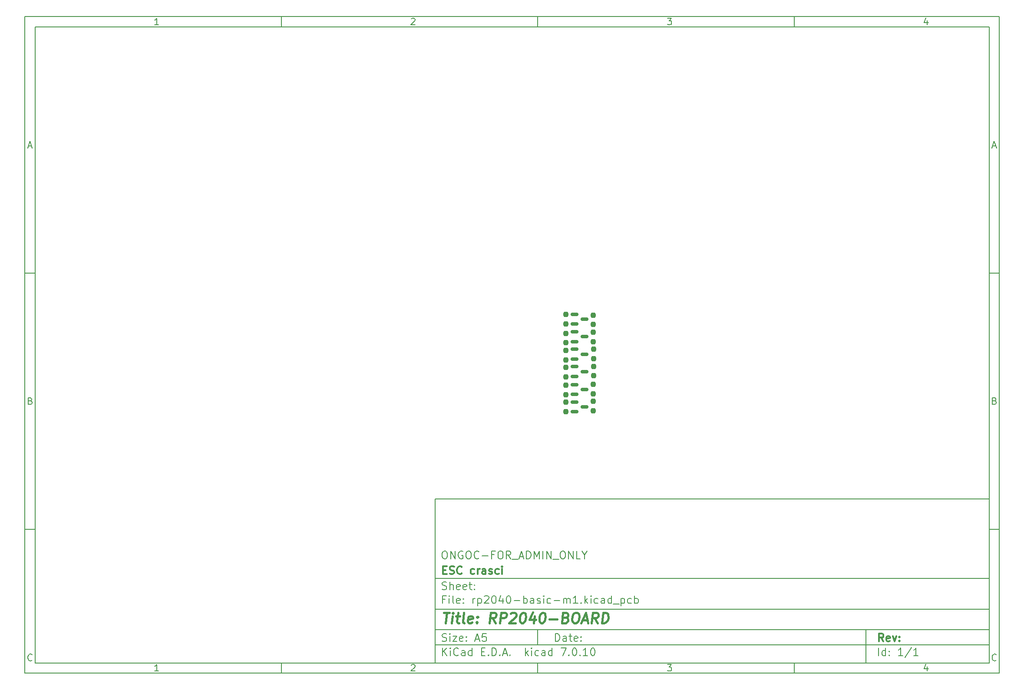
<source format=gbr>
%TF.GenerationSoftware,KiCad,Pcbnew,7.0.10*%
%TF.CreationDate,2024-01-28T16:32:00+05:30*%
%TF.ProjectId,rp2040-basic-m1,72703230-3430-42d6-9261-7369632d6d31,rev?*%
%TF.SameCoordinates,Original*%
%TF.FileFunction,Paste,Bot*%
%TF.FilePolarity,Positive*%
%FSLAX46Y46*%
G04 Gerber Fmt 4.6, Leading zero omitted, Abs format (unit mm)*
G04 Created by KiCad (PCBNEW 7.0.10) date 2024-01-28 16:32:00*
%MOMM*%
%LPD*%
G01*
G04 APERTURE LIST*
G04 Aperture macros list*
%AMRoundRect*
0 Rectangle with rounded corners*
0 $1 Rounding radius*
0 $2 $3 $4 $5 $6 $7 $8 $9 X,Y pos of 4 corners*
0 Add a 4 corners polygon primitive as box body*
4,1,4,$2,$3,$4,$5,$6,$7,$8,$9,$2,$3,0*
0 Add four circle primitives for the rounded corners*
1,1,$1+$1,$2,$3*
1,1,$1+$1,$4,$5*
1,1,$1+$1,$6,$7*
1,1,$1+$1,$8,$9*
0 Add four rect primitives between the rounded corners*
20,1,$1+$1,$2,$3,$4,$5,0*
20,1,$1+$1,$4,$5,$6,$7,0*
20,1,$1+$1,$6,$7,$8,$9,0*
20,1,$1+$1,$8,$9,$2,$3,0*%
G04 Aperture macros list end*
%ADD10C,0.100000*%
%ADD11C,0.150000*%
%ADD12C,0.300000*%
%ADD13C,0.400000*%
%ADD14RoundRect,0.150000X-0.587500X-0.150000X0.587500X-0.150000X0.587500X0.150000X-0.587500X0.150000X0*%
%ADD15RoundRect,0.237500X-0.237500X0.250000X-0.237500X-0.250000X0.237500X-0.250000X0.237500X0.250000X0*%
G04 APERTURE END LIST*
D10*
D11*
X90007200Y-104005800D02*
X198007200Y-104005800D01*
X198007200Y-136005800D01*
X90007200Y-136005800D01*
X90007200Y-104005800D01*
D10*
D11*
X10000000Y-10000000D02*
X200007200Y-10000000D01*
X200007200Y-138005800D01*
X10000000Y-138005800D01*
X10000000Y-10000000D01*
D10*
D11*
X12000000Y-12000000D02*
X198007200Y-12000000D01*
X198007200Y-136005800D01*
X12000000Y-136005800D01*
X12000000Y-12000000D01*
D10*
D11*
X60000000Y-12000000D02*
X60000000Y-10000000D01*
D10*
D11*
X110000000Y-12000000D02*
X110000000Y-10000000D01*
D10*
D11*
X160000000Y-12000000D02*
X160000000Y-10000000D01*
D10*
D11*
X36089160Y-11593604D02*
X35346303Y-11593604D01*
X35717731Y-11593604D02*
X35717731Y-10293604D01*
X35717731Y-10293604D02*
X35593922Y-10479319D01*
X35593922Y-10479319D02*
X35470112Y-10603128D01*
X35470112Y-10603128D02*
X35346303Y-10665033D01*
D10*
D11*
X85346303Y-10417414D02*
X85408207Y-10355509D01*
X85408207Y-10355509D02*
X85532017Y-10293604D01*
X85532017Y-10293604D02*
X85841541Y-10293604D01*
X85841541Y-10293604D02*
X85965350Y-10355509D01*
X85965350Y-10355509D02*
X86027255Y-10417414D01*
X86027255Y-10417414D02*
X86089160Y-10541223D01*
X86089160Y-10541223D02*
X86089160Y-10665033D01*
X86089160Y-10665033D02*
X86027255Y-10850747D01*
X86027255Y-10850747D02*
X85284398Y-11593604D01*
X85284398Y-11593604D02*
X86089160Y-11593604D01*
D10*
D11*
X135284398Y-10293604D02*
X136089160Y-10293604D01*
X136089160Y-10293604D02*
X135655826Y-10788842D01*
X135655826Y-10788842D02*
X135841541Y-10788842D01*
X135841541Y-10788842D02*
X135965350Y-10850747D01*
X135965350Y-10850747D02*
X136027255Y-10912652D01*
X136027255Y-10912652D02*
X136089160Y-11036461D01*
X136089160Y-11036461D02*
X136089160Y-11345985D01*
X136089160Y-11345985D02*
X136027255Y-11469795D01*
X136027255Y-11469795D02*
X135965350Y-11531700D01*
X135965350Y-11531700D02*
X135841541Y-11593604D01*
X135841541Y-11593604D02*
X135470112Y-11593604D01*
X135470112Y-11593604D02*
X135346303Y-11531700D01*
X135346303Y-11531700D02*
X135284398Y-11469795D01*
D10*
D11*
X185965350Y-10726938D02*
X185965350Y-11593604D01*
X185655826Y-10231700D02*
X185346303Y-11160271D01*
X185346303Y-11160271D02*
X186151064Y-11160271D01*
D10*
D11*
X60000000Y-136005800D02*
X60000000Y-138005800D01*
D10*
D11*
X110000000Y-136005800D02*
X110000000Y-138005800D01*
D10*
D11*
X160000000Y-136005800D02*
X160000000Y-138005800D01*
D10*
D11*
X36089160Y-137599404D02*
X35346303Y-137599404D01*
X35717731Y-137599404D02*
X35717731Y-136299404D01*
X35717731Y-136299404D02*
X35593922Y-136485119D01*
X35593922Y-136485119D02*
X35470112Y-136608928D01*
X35470112Y-136608928D02*
X35346303Y-136670833D01*
D10*
D11*
X85346303Y-136423214D02*
X85408207Y-136361309D01*
X85408207Y-136361309D02*
X85532017Y-136299404D01*
X85532017Y-136299404D02*
X85841541Y-136299404D01*
X85841541Y-136299404D02*
X85965350Y-136361309D01*
X85965350Y-136361309D02*
X86027255Y-136423214D01*
X86027255Y-136423214D02*
X86089160Y-136547023D01*
X86089160Y-136547023D02*
X86089160Y-136670833D01*
X86089160Y-136670833D02*
X86027255Y-136856547D01*
X86027255Y-136856547D02*
X85284398Y-137599404D01*
X85284398Y-137599404D02*
X86089160Y-137599404D01*
D10*
D11*
X135284398Y-136299404D02*
X136089160Y-136299404D01*
X136089160Y-136299404D02*
X135655826Y-136794642D01*
X135655826Y-136794642D02*
X135841541Y-136794642D01*
X135841541Y-136794642D02*
X135965350Y-136856547D01*
X135965350Y-136856547D02*
X136027255Y-136918452D01*
X136027255Y-136918452D02*
X136089160Y-137042261D01*
X136089160Y-137042261D02*
X136089160Y-137351785D01*
X136089160Y-137351785D02*
X136027255Y-137475595D01*
X136027255Y-137475595D02*
X135965350Y-137537500D01*
X135965350Y-137537500D02*
X135841541Y-137599404D01*
X135841541Y-137599404D02*
X135470112Y-137599404D01*
X135470112Y-137599404D02*
X135346303Y-137537500D01*
X135346303Y-137537500D02*
X135284398Y-137475595D01*
D10*
D11*
X185965350Y-136732738D02*
X185965350Y-137599404D01*
X185655826Y-136237500D02*
X185346303Y-137166071D01*
X185346303Y-137166071D02*
X186151064Y-137166071D01*
D10*
D11*
X10000000Y-60000000D02*
X12000000Y-60000000D01*
D10*
D11*
X10000000Y-110000000D02*
X12000000Y-110000000D01*
D10*
D11*
X10690476Y-35222176D02*
X11309523Y-35222176D01*
X10566666Y-35593604D02*
X10999999Y-34293604D01*
X10999999Y-34293604D02*
X11433333Y-35593604D01*
D10*
D11*
X11092857Y-84912652D02*
X11278571Y-84974557D01*
X11278571Y-84974557D02*
X11340476Y-85036461D01*
X11340476Y-85036461D02*
X11402380Y-85160271D01*
X11402380Y-85160271D02*
X11402380Y-85345985D01*
X11402380Y-85345985D02*
X11340476Y-85469795D01*
X11340476Y-85469795D02*
X11278571Y-85531700D01*
X11278571Y-85531700D02*
X11154761Y-85593604D01*
X11154761Y-85593604D02*
X10659523Y-85593604D01*
X10659523Y-85593604D02*
X10659523Y-84293604D01*
X10659523Y-84293604D02*
X11092857Y-84293604D01*
X11092857Y-84293604D02*
X11216666Y-84355509D01*
X11216666Y-84355509D02*
X11278571Y-84417414D01*
X11278571Y-84417414D02*
X11340476Y-84541223D01*
X11340476Y-84541223D02*
X11340476Y-84665033D01*
X11340476Y-84665033D02*
X11278571Y-84788842D01*
X11278571Y-84788842D02*
X11216666Y-84850747D01*
X11216666Y-84850747D02*
X11092857Y-84912652D01*
X11092857Y-84912652D02*
X10659523Y-84912652D01*
D10*
D11*
X11402380Y-135469795D02*
X11340476Y-135531700D01*
X11340476Y-135531700D02*
X11154761Y-135593604D01*
X11154761Y-135593604D02*
X11030952Y-135593604D01*
X11030952Y-135593604D02*
X10845238Y-135531700D01*
X10845238Y-135531700D02*
X10721428Y-135407890D01*
X10721428Y-135407890D02*
X10659523Y-135284080D01*
X10659523Y-135284080D02*
X10597619Y-135036461D01*
X10597619Y-135036461D02*
X10597619Y-134850747D01*
X10597619Y-134850747D02*
X10659523Y-134603128D01*
X10659523Y-134603128D02*
X10721428Y-134479319D01*
X10721428Y-134479319D02*
X10845238Y-134355509D01*
X10845238Y-134355509D02*
X11030952Y-134293604D01*
X11030952Y-134293604D02*
X11154761Y-134293604D01*
X11154761Y-134293604D02*
X11340476Y-134355509D01*
X11340476Y-134355509D02*
X11402380Y-134417414D01*
D10*
D11*
X200007200Y-60000000D02*
X198007200Y-60000000D01*
D10*
D11*
X200007200Y-110000000D02*
X198007200Y-110000000D01*
D10*
D11*
X198697676Y-35222176D02*
X199316723Y-35222176D01*
X198573866Y-35593604D02*
X199007199Y-34293604D01*
X199007199Y-34293604D02*
X199440533Y-35593604D01*
D10*
D11*
X199100057Y-84912652D02*
X199285771Y-84974557D01*
X199285771Y-84974557D02*
X199347676Y-85036461D01*
X199347676Y-85036461D02*
X199409580Y-85160271D01*
X199409580Y-85160271D02*
X199409580Y-85345985D01*
X199409580Y-85345985D02*
X199347676Y-85469795D01*
X199347676Y-85469795D02*
X199285771Y-85531700D01*
X199285771Y-85531700D02*
X199161961Y-85593604D01*
X199161961Y-85593604D02*
X198666723Y-85593604D01*
X198666723Y-85593604D02*
X198666723Y-84293604D01*
X198666723Y-84293604D02*
X199100057Y-84293604D01*
X199100057Y-84293604D02*
X199223866Y-84355509D01*
X199223866Y-84355509D02*
X199285771Y-84417414D01*
X199285771Y-84417414D02*
X199347676Y-84541223D01*
X199347676Y-84541223D02*
X199347676Y-84665033D01*
X199347676Y-84665033D02*
X199285771Y-84788842D01*
X199285771Y-84788842D02*
X199223866Y-84850747D01*
X199223866Y-84850747D02*
X199100057Y-84912652D01*
X199100057Y-84912652D02*
X198666723Y-84912652D01*
D10*
D11*
X199409580Y-135469795D02*
X199347676Y-135531700D01*
X199347676Y-135531700D02*
X199161961Y-135593604D01*
X199161961Y-135593604D02*
X199038152Y-135593604D01*
X199038152Y-135593604D02*
X198852438Y-135531700D01*
X198852438Y-135531700D02*
X198728628Y-135407890D01*
X198728628Y-135407890D02*
X198666723Y-135284080D01*
X198666723Y-135284080D02*
X198604819Y-135036461D01*
X198604819Y-135036461D02*
X198604819Y-134850747D01*
X198604819Y-134850747D02*
X198666723Y-134603128D01*
X198666723Y-134603128D02*
X198728628Y-134479319D01*
X198728628Y-134479319D02*
X198852438Y-134355509D01*
X198852438Y-134355509D02*
X199038152Y-134293604D01*
X199038152Y-134293604D02*
X199161961Y-134293604D01*
X199161961Y-134293604D02*
X199347676Y-134355509D01*
X199347676Y-134355509D02*
X199409580Y-134417414D01*
D10*
D11*
X113463026Y-131791928D02*
X113463026Y-130291928D01*
X113463026Y-130291928D02*
X113820169Y-130291928D01*
X113820169Y-130291928D02*
X114034455Y-130363357D01*
X114034455Y-130363357D02*
X114177312Y-130506214D01*
X114177312Y-130506214D02*
X114248741Y-130649071D01*
X114248741Y-130649071D02*
X114320169Y-130934785D01*
X114320169Y-130934785D02*
X114320169Y-131149071D01*
X114320169Y-131149071D02*
X114248741Y-131434785D01*
X114248741Y-131434785D02*
X114177312Y-131577642D01*
X114177312Y-131577642D02*
X114034455Y-131720500D01*
X114034455Y-131720500D02*
X113820169Y-131791928D01*
X113820169Y-131791928D02*
X113463026Y-131791928D01*
X115605884Y-131791928D02*
X115605884Y-131006214D01*
X115605884Y-131006214D02*
X115534455Y-130863357D01*
X115534455Y-130863357D02*
X115391598Y-130791928D01*
X115391598Y-130791928D02*
X115105884Y-130791928D01*
X115105884Y-130791928D02*
X114963026Y-130863357D01*
X115605884Y-131720500D02*
X115463026Y-131791928D01*
X115463026Y-131791928D02*
X115105884Y-131791928D01*
X115105884Y-131791928D02*
X114963026Y-131720500D01*
X114963026Y-131720500D02*
X114891598Y-131577642D01*
X114891598Y-131577642D02*
X114891598Y-131434785D01*
X114891598Y-131434785D02*
X114963026Y-131291928D01*
X114963026Y-131291928D02*
X115105884Y-131220500D01*
X115105884Y-131220500D02*
X115463026Y-131220500D01*
X115463026Y-131220500D02*
X115605884Y-131149071D01*
X116105884Y-130791928D02*
X116677312Y-130791928D01*
X116320169Y-130291928D02*
X116320169Y-131577642D01*
X116320169Y-131577642D02*
X116391598Y-131720500D01*
X116391598Y-131720500D02*
X116534455Y-131791928D01*
X116534455Y-131791928D02*
X116677312Y-131791928D01*
X117748741Y-131720500D02*
X117605884Y-131791928D01*
X117605884Y-131791928D02*
X117320170Y-131791928D01*
X117320170Y-131791928D02*
X117177312Y-131720500D01*
X117177312Y-131720500D02*
X117105884Y-131577642D01*
X117105884Y-131577642D02*
X117105884Y-131006214D01*
X117105884Y-131006214D02*
X117177312Y-130863357D01*
X117177312Y-130863357D02*
X117320170Y-130791928D01*
X117320170Y-130791928D02*
X117605884Y-130791928D01*
X117605884Y-130791928D02*
X117748741Y-130863357D01*
X117748741Y-130863357D02*
X117820170Y-131006214D01*
X117820170Y-131006214D02*
X117820170Y-131149071D01*
X117820170Y-131149071D02*
X117105884Y-131291928D01*
X118463026Y-131649071D02*
X118534455Y-131720500D01*
X118534455Y-131720500D02*
X118463026Y-131791928D01*
X118463026Y-131791928D02*
X118391598Y-131720500D01*
X118391598Y-131720500D02*
X118463026Y-131649071D01*
X118463026Y-131649071D02*
X118463026Y-131791928D01*
X118463026Y-130863357D02*
X118534455Y-130934785D01*
X118534455Y-130934785D02*
X118463026Y-131006214D01*
X118463026Y-131006214D02*
X118391598Y-130934785D01*
X118391598Y-130934785D02*
X118463026Y-130863357D01*
X118463026Y-130863357D02*
X118463026Y-131006214D01*
D10*
D11*
X90007200Y-132505800D02*
X198007200Y-132505800D01*
D10*
D11*
X91463026Y-134591928D02*
X91463026Y-133091928D01*
X92320169Y-134591928D02*
X91677312Y-133734785D01*
X92320169Y-133091928D02*
X91463026Y-133949071D01*
X92963026Y-134591928D02*
X92963026Y-133591928D01*
X92963026Y-133091928D02*
X92891598Y-133163357D01*
X92891598Y-133163357D02*
X92963026Y-133234785D01*
X92963026Y-133234785D02*
X93034455Y-133163357D01*
X93034455Y-133163357D02*
X92963026Y-133091928D01*
X92963026Y-133091928D02*
X92963026Y-133234785D01*
X94534455Y-134449071D02*
X94463027Y-134520500D01*
X94463027Y-134520500D02*
X94248741Y-134591928D01*
X94248741Y-134591928D02*
X94105884Y-134591928D01*
X94105884Y-134591928D02*
X93891598Y-134520500D01*
X93891598Y-134520500D02*
X93748741Y-134377642D01*
X93748741Y-134377642D02*
X93677312Y-134234785D01*
X93677312Y-134234785D02*
X93605884Y-133949071D01*
X93605884Y-133949071D02*
X93605884Y-133734785D01*
X93605884Y-133734785D02*
X93677312Y-133449071D01*
X93677312Y-133449071D02*
X93748741Y-133306214D01*
X93748741Y-133306214D02*
X93891598Y-133163357D01*
X93891598Y-133163357D02*
X94105884Y-133091928D01*
X94105884Y-133091928D02*
X94248741Y-133091928D01*
X94248741Y-133091928D02*
X94463027Y-133163357D01*
X94463027Y-133163357D02*
X94534455Y-133234785D01*
X95820170Y-134591928D02*
X95820170Y-133806214D01*
X95820170Y-133806214D02*
X95748741Y-133663357D01*
X95748741Y-133663357D02*
X95605884Y-133591928D01*
X95605884Y-133591928D02*
X95320170Y-133591928D01*
X95320170Y-133591928D02*
X95177312Y-133663357D01*
X95820170Y-134520500D02*
X95677312Y-134591928D01*
X95677312Y-134591928D02*
X95320170Y-134591928D01*
X95320170Y-134591928D02*
X95177312Y-134520500D01*
X95177312Y-134520500D02*
X95105884Y-134377642D01*
X95105884Y-134377642D02*
X95105884Y-134234785D01*
X95105884Y-134234785D02*
X95177312Y-134091928D01*
X95177312Y-134091928D02*
X95320170Y-134020500D01*
X95320170Y-134020500D02*
X95677312Y-134020500D01*
X95677312Y-134020500D02*
X95820170Y-133949071D01*
X97177313Y-134591928D02*
X97177313Y-133091928D01*
X97177313Y-134520500D02*
X97034455Y-134591928D01*
X97034455Y-134591928D02*
X96748741Y-134591928D01*
X96748741Y-134591928D02*
X96605884Y-134520500D01*
X96605884Y-134520500D02*
X96534455Y-134449071D01*
X96534455Y-134449071D02*
X96463027Y-134306214D01*
X96463027Y-134306214D02*
X96463027Y-133877642D01*
X96463027Y-133877642D02*
X96534455Y-133734785D01*
X96534455Y-133734785D02*
X96605884Y-133663357D01*
X96605884Y-133663357D02*
X96748741Y-133591928D01*
X96748741Y-133591928D02*
X97034455Y-133591928D01*
X97034455Y-133591928D02*
X97177313Y-133663357D01*
X99034455Y-133806214D02*
X99534455Y-133806214D01*
X99748741Y-134591928D02*
X99034455Y-134591928D01*
X99034455Y-134591928D02*
X99034455Y-133091928D01*
X99034455Y-133091928D02*
X99748741Y-133091928D01*
X100391598Y-134449071D02*
X100463027Y-134520500D01*
X100463027Y-134520500D02*
X100391598Y-134591928D01*
X100391598Y-134591928D02*
X100320170Y-134520500D01*
X100320170Y-134520500D02*
X100391598Y-134449071D01*
X100391598Y-134449071D02*
X100391598Y-134591928D01*
X101105884Y-134591928D02*
X101105884Y-133091928D01*
X101105884Y-133091928D02*
X101463027Y-133091928D01*
X101463027Y-133091928D02*
X101677313Y-133163357D01*
X101677313Y-133163357D02*
X101820170Y-133306214D01*
X101820170Y-133306214D02*
X101891599Y-133449071D01*
X101891599Y-133449071D02*
X101963027Y-133734785D01*
X101963027Y-133734785D02*
X101963027Y-133949071D01*
X101963027Y-133949071D02*
X101891599Y-134234785D01*
X101891599Y-134234785D02*
X101820170Y-134377642D01*
X101820170Y-134377642D02*
X101677313Y-134520500D01*
X101677313Y-134520500D02*
X101463027Y-134591928D01*
X101463027Y-134591928D02*
X101105884Y-134591928D01*
X102605884Y-134449071D02*
X102677313Y-134520500D01*
X102677313Y-134520500D02*
X102605884Y-134591928D01*
X102605884Y-134591928D02*
X102534456Y-134520500D01*
X102534456Y-134520500D02*
X102605884Y-134449071D01*
X102605884Y-134449071D02*
X102605884Y-134591928D01*
X103248742Y-134163357D02*
X103963028Y-134163357D01*
X103105885Y-134591928D02*
X103605885Y-133091928D01*
X103605885Y-133091928D02*
X104105885Y-134591928D01*
X104605884Y-134449071D02*
X104677313Y-134520500D01*
X104677313Y-134520500D02*
X104605884Y-134591928D01*
X104605884Y-134591928D02*
X104534456Y-134520500D01*
X104534456Y-134520500D02*
X104605884Y-134449071D01*
X104605884Y-134449071D02*
X104605884Y-134591928D01*
X107605884Y-134591928D02*
X107605884Y-133091928D01*
X107748742Y-134020500D02*
X108177313Y-134591928D01*
X108177313Y-133591928D02*
X107605884Y-134163357D01*
X108820170Y-134591928D02*
X108820170Y-133591928D01*
X108820170Y-133091928D02*
X108748742Y-133163357D01*
X108748742Y-133163357D02*
X108820170Y-133234785D01*
X108820170Y-133234785D02*
X108891599Y-133163357D01*
X108891599Y-133163357D02*
X108820170Y-133091928D01*
X108820170Y-133091928D02*
X108820170Y-133234785D01*
X110177314Y-134520500D02*
X110034456Y-134591928D01*
X110034456Y-134591928D02*
X109748742Y-134591928D01*
X109748742Y-134591928D02*
X109605885Y-134520500D01*
X109605885Y-134520500D02*
X109534456Y-134449071D01*
X109534456Y-134449071D02*
X109463028Y-134306214D01*
X109463028Y-134306214D02*
X109463028Y-133877642D01*
X109463028Y-133877642D02*
X109534456Y-133734785D01*
X109534456Y-133734785D02*
X109605885Y-133663357D01*
X109605885Y-133663357D02*
X109748742Y-133591928D01*
X109748742Y-133591928D02*
X110034456Y-133591928D01*
X110034456Y-133591928D02*
X110177314Y-133663357D01*
X111463028Y-134591928D02*
X111463028Y-133806214D01*
X111463028Y-133806214D02*
X111391599Y-133663357D01*
X111391599Y-133663357D02*
X111248742Y-133591928D01*
X111248742Y-133591928D02*
X110963028Y-133591928D01*
X110963028Y-133591928D02*
X110820170Y-133663357D01*
X111463028Y-134520500D02*
X111320170Y-134591928D01*
X111320170Y-134591928D02*
X110963028Y-134591928D01*
X110963028Y-134591928D02*
X110820170Y-134520500D01*
X110820170Y-134520500D02*
X110748742Y-134377642D01*
X110748742Y-134377642D02*
X110748742Y-134234785D01*
X110748742Y-134234785D02*
X110820170Y-134091928D01*
X110820170Y-134091928D02*
X110963028Y-134020500D01*
X110963028Y-134020500D02*
X111320170Y-134020500D01*
X111320170Y-134020500D02*
X111463028Y-133949071D01*
X112820171Y-134591928D02*
X112820171Y-133091928D01*
X112820171Y-134520500D02*
X112677313Y-134591928D01*
X112677313Y-134591928D02*
X112391599Y-134591928D01*
X112391599Y-134591928D02*
X112248742Y-134520500D01*
X112248742Y-134520500D02*
X112177313Y-134449071D01*
X112177313Y-134449071D02*
X112105885Y-134306214D01*
X112105885Y-134306214D02*
X112105885Y-133877642D01*
X112105885Y-133877642D02*
X112177313Y-133734785D01*
X112177313Y-133734785D02*
X112248742Y-133663357D01*
X112248742Y-133663357D02*
X112391599Y-133591928D01*
X112391599Y-133591928D02*
X112677313Y-133591928D01*
X112677313Y-133591928D02*
X112820171Y-133663357D01*
X114534456Y-133091928D02*
X115534456Y-133091928D01*
X115534456Y-133091928D02*
X114891599Y-134591928D01*
X116105884Y-134449071D02*
X116177313Y-134520500D01*
X116177313Y-134520500D02*
X116105884Y-134591928D01*
X116105884Y-134591928D02*
X116034456Y-134520500D01*
X116034456Y-134520500D02*
X116105884Y-134449071D01*
X116105884Y-134449071D02*
X116105884Y-134591928D01*
X117105885Y-133091928D02*
X117248742Y-133091928D01*
X117248742Y-133091928D02*
X117391599Y-133163357D01*
X117391599Y-133163357D02*
X117463028Y-133234785D01*
X117463028Y-133234785D02*
X117534456Y-133377642D01*
X117534456Y-133377642D02*
X117605885Y-133663357D01*
X117605885Y-133663357D02*
X117605885Y-134020500D01*
X117605885Y-134020500D02*
X117534456Y-134306214D01*
X117534456Y-134306214D02*
X117463028Y-134449071D01*
X117463028Y-134449071D02*
X117391599Y-134520500D01*
X117391599Y-134520500D02*
X117248742Y-134591928D01*
X117248742Y-134591928D02*
X117105885Y-134591928D01*
X117105885Y-134591928D02*
X116963028Y-134520500D01*
X116963028Y-134520500D02*
X116891599Y-134449071D01*
X116891599Y-134449071D02*
X116820170Y-134306214D01*
X116820170Y-134306214D02*
X116748742Y-134020500D01*
X116748742Y-134020500D02*
X116748742Y-133663357D01*
X116748742Y-133663357D02*
X116820170Y-133377642D01*
X116820170Y-133377642D02*
X116891599Y-133234785D01*
X116891599Y-133234785D02*
X116963028Y-133163357D01*
X116963028Y-133163357D02*
X117105885Y-133091928D01*
X118248741Y-134449071D02*
X118320170Y-134520500D01*
X118320170Y-134520500D02*
X118248741Y-134591928D01*
X118248741Y-134591928D02*
X118177313Y-134520500D01*
X118177313Y-134520500D02*
X118248741Y-134449071D01*
X118248741Y-134449071D02*
X118248741Y-134591928D01*
X119748742Y-134591928D02*
X118891599Y-134591928D01*
X119320170Y-134591928D02*
X119320170Y-133091928D01*
X119320170Y-133091928D02*
X119177313Y-133306214D01*
X119177313Y-133306214D02*
X119034456Y-133449071D01*
X119034456Y-133449071D02*
X118891599Y-133520500D01*
X120677313Y-133091928D02*
X120820170Y-133091928D01*
X120820170Y-133091928D02*
X120963027Y-133163357D01*
X120963027Y-133163357D02*
X121034456Y-133234785D01*
X121034456Y-133234785D02*
X121105884Y-133377642D01*
X121105884Y-133377642D02*
X121177313Y-133663357D01*
X121177313Y-133663357D02*
X121177313Y-134020500D01*
X121177313Y-134020500D02*
X121105884Y-134306214D01*
X121105884Y-134306214D02*
X121034456Y-134449071D01*
X121034456Y-134449071D02*
X120963027Y-134520500D01*
X120963027Y-134520500D02*
X120820170Y-134591928D01*
X120820170Y-134591928D02*
X120677313Y-134591928D01*
X120677313Y-134591928D02*
X120534456Y-134520500D01*
X120534456Y-134520500D02*
X120463027Y-134449071D01*
X120463027Y-134449071D02*
X120391598Y-134306214D01*
X120391598Y-134306214D02*
X120320170Y-134020500D01*
X120320170Y-134020500D02*
X120320170Y-133663357D01*
X120320170Y-133663357D02*
X120391598Y-133377642D01*
X120391598Y-133377642D02*
X120463027Y-133234785D01*
X120463027Y-133234785D02*
X120534456Y-133163357D01*
X120534456Y-133163357D02*
X120677313Y-133091928D01*
D10*
D11*
X90007200Y-129505800D02*
X198007200Y-129505800D01*
D10*
D12*
X177418853Y-131784128D02*
X176918853Y-131069842D01*
X176561710Y-131784128D02*
X176561710Y-130284128D01*
X176561710Y-130284128D02*
X177133139Y-130284128D01*
X177133139Y-130284128D02*
X177275996Y-130355557D01*
X177275996Y-130355557D02*
X177347425Y-130426985D01*
X177347425Y-130426985D02*
X177418853Y-130569842D01*
X177418853Y-130569842D02*
X177418853Y-130784128D01*
X177418853Y-130784128D02*
X177347425Y-130926985D01*
X177347425Y-130926985D02*
X177275996Y-130998414D01*
X177275996Y-130998414D02*
X177133139Y-131069842D01*
X177133139Y-131069842D02*
X176561710Y-131069842D01*
X178633139Y-131712700D02*
X178490282Y-131784128D01*
X178490282Y-131784128D02*
X178204568Y-131784128D01*
X178204568Y-131784128D02*
X178061710Y-131712700D01*
X178061710Y-131712700D02*
X177990282Y-131569842D01*
X177990282Y-131569842D02*
X177990282Y-130998414D01*
X177990282Y-130998414D02*
X178061710Y-130855557D01*
X178061710Y-130855557D02*
X178204568Y-130784128D01*
X178204568Y-130784128D02*
X178490282Y-130784128D01*
X178490282Y-130784128D02*
X178633139Y-130855557D01*
X178633139Y-130855557D02*
X178704568Y-130998414D01*
X178704568Y-130998414D02*
X178704568Y-131141271D01*
X178704568Y-131141271D02*
X177990282Y-131284128D01*
X179204567Y-130784128D02*
X179561710Y-131784128D01*
X179561710Y-131784128D02*
X179918853Y-130784128D01*
X180490281Y-131641271D02*
X180561710Y-131712700D01*
X180561710Y-131712700D02*
X180490281Y-131784128D01*
X180490281Y-131784128D02*
X180418853Y-131712700D01*
X180418853Y-131712700D02*
X180490281Y-131641271D01*
X180490281Y-131641271D02*
X180490281Y-131784128D01*
X180490281Y-130855557D02*
X180561710Y-130926985D01*
X180561710Y-130926985D02*
X180490281Y-130998414D01*
X180490281Y-130998414D02*
X180418853Y-130926985D01*
X180418853Y-130926985D02*
X180490281Y-130855557D01*
X180490281Y-130855557D02*
X180490281Y-130998414D01*
D10*
D11*
X91391598Y-131720500D02*
X91605884Y-131791928D01*
X91605884Y-131791928D02*
X91963026Y-131791928D01*
X91963026Y-131791928D02*
X92105884Y-131720500D01*
X92105884Y-131720500D02*
X92177312Y-131649071D01*
X92177312Y-131649071D02*
X92248741Y-131506214D01*
X92248741Y-131506214D02*
X92248741Y-131363357D01*
X92248741Y-131363357D02*
X92177312Y-131220500D01*
X92177312Y-131220500D02*
X92105884Y-131149071D01*
X92105884Y-131149071D02*
X91963026Y-131077642D01*
X91963026Y-131077642D02*
X91677312Y-131006214D01*
X91677312Y-131006214D02*
X91534455Y-130934785D01*
X91534455Y-130934785D02*
X91463026Y-130863357D01*
X91463026Y-130863357D02*
X91391598Y-130720500D01*
X91391598Y-130720500D02*
X91391598Y-130577642D01*
X91391598Y-130577642D02*
X91463026Y-130434785D01*
X91463026Y-130434785D02*
X91534455Y-130363357D01*
X91534455Y-130363357D02*
X91677312Y-130291928D01*
X91677312Y-130291928D02*
X92034455Y-130291928D01*
X92034455Y-130291928D02*
X92248741Y-130363357D01*
X92891597Y-131791928D02*
X92891597Y-130791928D01*
X92891597Y-130291928D02*
X92820169Y-130363357D01*
X92820169Y-130363357D02*
X92891597Y-130434785D01*
X92891597Y-130434785D02*
X92963026Y-130363357D01*
X92963026Y-130363357D02*
X92891597Y-130291928D01*
X92891597Y-130291928D02*
X92891597Y-130434785D01*
X93463026Y-130791928D02*
X94248741Y-130791928D01*
X94248741Y-130791928D02*
X93463026Y-131791928D01*
X93463026Y-131791928D02*
X94248741Y-131791928D01*
X95391598Y-131720500D02*
X95248741Y-131791928D01*
X95248741Y-131791928D02*
X94963027Y-131791928D01*
X94963027Y-131791928D02*
X94820169Y-131720500D01*
X94820169Y-131720500D02*
X94748741Y-131577642D01*
X94748741Y-131577642D02*
X94748741Y-131006214D01*
X94748741Y-131006214D02*
X94820169Y-130863357D01*
X94820169Y-130863357D02*
X94963027Y-130791928D01*
X94963027Y-130791928D02*
X95248741Y-130791928D01*
X95248741Y-130791928D02*
X95391598Y-130863357D01*
X95391598Y-130863357D02*
X95463027Y-131006214D01*
X95463027Y-131006214D02*
X95463027Y-131149071D01*
X95463027Y-131149071D02*
X94748741Y-131291928D01*
X96105883Y-131649071D02*
X96177312Y-131720500D01*
X96177312Y-131720500D02*
X96105883Y-131791928D01*
X96105883Y-131791928D02*
X96034455Y-131720500D01*
X96034455Y-131720500D02*
X96105883Y-131649071D01*
X96105883Y-131649071D02*
X96105883Y-131791928D01*
X96105883Y-130863357D02*
X96177312Y-130934785D01*
X96177312Y-130934785D02*
X96105883Y-131006214D01*
X96105883Y-131006214D02*
X96034455Y-130934785D01*
X96034455Y-130934785D02*
X96105883Y-130863357D01*
X96105883Y-130863357D02*
X96105883Y-131006214D01*
X97891598Y-131363357D02*
X98605884Y-131363357D01*
X97748741Y-131791928D02*
X98248741Y-130291928D01*
X98248741Y-130291928D02*
X98748741Y-131791928D01*
X99963026Y-130291928D02*
X99248740Y-130291928D01*
X99248740Y-130291928D02*
X99177312Y-131006214D01*
X99177312Y-131006214D02*
X99248740Y-130934785D01*
X99248740Y-130934785D02*
X99391598Y-130863357D01*
X99391598Y-130863357D02*
X99748740Y-130863357D01*
X99748740Y-130863357D02*
X99891598Y-130934785D01*
X99891598Y-130934785D02*
X99963026Y-131006214D01*
X99963026Y-131006214D02*
X100034455Y-131149071D01*
X100034455Y-131149071D02*
X100034455Y-131506214D01*
X100034455Y-131506214D02*
X99963026Y-131649071D01*
X99963026Y-131649071D02*
X99891598Y-131720500D01*
X99891598Y-131720500D02*
X99748740Y-131791928D01*
X99748740Y-131791928D02*
X99391598Y-131791928D01*
X99391598Y-131791928D02*
X99248740Y-131720500D01*
X99248740Y-131720500D02*
X99177312Y-131649071D01*
D10*
D11*
X176463026Y-134591928D02*
X176463026Y-133091928D01*
X177820170Y-134591928D02*
X177820170Y-133091928D01*
X177820170Y-134520500D02*
X177677312Y-134591928D01*
X177677312Y-134591928D02*
X177391598Y-134591928D01*
X177391598Y-134591928D02*
X177248741Y-134520500D01*
X177248741Y-134520500D02*
X177177312Y-134449071D01*
X177177312Y-134449071D02*
X177105884Y-134306214D01*
X177105884Y-134306214D02*
X177105884Y-133877642D01*
X177105884Y-133877642D02*
X177177312Y-133734785D01*
X177177312Y-133734785D02*
X177248741Y-133663357D01*
X177248741Y-133663357D02*
X177391598Y-133591928D01*
X177391598Y-133591928D02*
X177677312Y-133591928D01*
X177677312Y-133591928D02*
X177820170Y-133663357D01*
X178534455Y-134449071D02*
X178605884Y-134520500D01*
X178605884Y-134520500D02*
X178534455Y-134591928D01*
X178534455Y-134591928D02*
X178463027Y-134520500D01*
X178463027Y-134520500D02*
X178534455Y-134449071D01*
X178534455Y-134449071D02*
X178534455Y-134591928D01*
X178534455Y-133663357D02*
X178605884Y-133734785D01*
X178605884Y-133734785D02*
X178534455Y-133806214D01*
X178534455Y-133806214D02*
X178463027Y-133734785D01*
X178463027Y-133734785D02*
X178534455Y-133663357D01*
X178534455Y-133663357D02*
X178534455Y-133806214D01*
X181177313Y-134591928D02*
X180320170Y-134591928D01*
X180748741Y-134591928D02*
X180748741Y-133091928D01*
X180748741Y-133091928D02*
X180605884Y-133306214D01*
X180605884Y-133306214D02*
X180463027Y-133449071D01*
X180463027Y-133449071D02*
X180320170Y-133520500D01*
X182891598Y-133020500D02*
X181605884Y-134949071D01*
X184177313Y-134591928D02*
X183320170Y-134591928D01*
X183748741Y-134591928D02*
X183748741Y-133091928D01*
X183748741Y-133091928D02*
X183605884Y-133306214D01*
X183605884Y-133306214D02*
X183463027Y-133449071D01*
X183463027Y-133449071D02*
X183320170Y-133520500D01*
D10*
D11*
X90007200Y-125505800D02*
X198007200Y-125505800D01*
D10*
D13*
X91698928Y-126210238D02*
X92841785Y-126210238D01*
X92020357Y-128210238D02*
X92270357Y-126210238D01*
X93258452Y-128210238D02*
X93425119Y-126876904D01*
X93508452Y-126210238D02*
X93401309Y-126305476D01*
X93401309Y-126305476D02*
X93484643Y-126400714D01*
X93484643Y-126400714D02*
X93591786Y-126305476D01*
X93591786Y-126305476D02*
X93508452Y-126210238D01*
X93508452Y-126210238D02*
X93484643Y-126400714D01*
X94091786Y-126876904D02*
X94853690Y-126876904D01*
X94460833Y-126210238D02*
X94246548Y-127924523D01*
X94246548Y-127924523D02*
X94317976Y-128115000D01*
X94317976Y-128115000D02*
X94496548Y-128210238D01*
X94496548Y-128210238D02*
X94687024Y-128210238D01*
X95639405Y-128210238D02*
X95460833Y-128115000D01*
X95460833Y-128115000D02*
X95389405Y-127924523D01*
X95389405Y-127924523D02*
X95603690Y-126210238D01*
X97175119Y-128115000D02*
X96972738Y-128210238D01*
X96972738Y-128210238D02*
X96591785Y-128210238D01*
X96591785Y-128210238D02*
X96413214Y-128115000D01*
X96413214Y-128115000D02*
X96341785Y-127924523D01*
X96341785Y-127924523D02*
X96437024Y-127162619D01*
X96437024Y-127162619D02*
X96556071Y-126972142D01*
X96556071Y-126972142D02*
X96758452Y-126876904D01*
X96758452Y-126876904D02*
X97139404Y-126876904D01*
X97139404Y-126876904D02*
X97317976Y-126972142D01*
X97317976Y-126972142D02*
X97389404Y-127162619D01*
X97389404Y-127162619D02*
X97365595Y-127353095D01*
X97365595Y-127353095D02*
X96389404Y-127543571D01*
X98139405Y-128019761D02*
X98222738Y-128115000D01*
X98222738Y-128115000D02*
X98115595Y-128210238D01*
X98115595Y-128210238D02*
X98032262Y-128115000D01*
X98032262Y-128115000D02*
X98139405Y-128019761D01*
X98139405Y-128019761D02*
X98115595Y-128210238D01*
X98270357Y-126972142D02*
X98353690Y-127067380D01*
X98353690Y-127067380D02*
X98246548Y-127162619D01*
X98246548Y-127162619D02*
X98163214Y-127067380D01*
X98163214Y-127067380D02*
X98270357Y-126972142D01*
X98270357Y-126972142D02*
X98246548Y-127162619D01*
X101734643Y-128210238D02*
X101187024Y-127257857D01*
X100591786Y-128210238D02*
X100841786Y-126210238D01*
X100841786Y-126210238D02*
X101603691Y-126210238D01*
X101603691Y-126210238D02*
X101782262Y-126305476D01*
X101782262Y-126305476D02*
X101865596Y-126400714D01*
X101865596Y-126400714D02*
X101937024Y-126591190D01*
X101937024Y-126591190D02*
X101901310Y-126876904D01*
X101901310Y-126876904D02*
X101782262Y-127067380D01*
X101782262Y-127067380D02*
X101675120Y-127162619D01*
X101675120Y-127162619D02*
X101472739Y-127257857D01*
X101472739Y-127257857D02*
X100710834Y-127257857D01*
X102591786Y-128210238D02*
X102841786Y-126210238D01*
X102841786Y-126210238D02*
X103603691Y-126210238D01*
X103603691Y-126210238D02*
X103782262Y-126305476D01*
X103782262Y-126305476D02*
X103865596Y-126400714D01*
X103865596Y-126400714D02*
X103937024Y-126591190D01*
X103937024Y-126591190D02*
X103901310Y-126876904D01*
X103901310Y-126876904D02*
X103782262Y-127067380D01*
X103782262Y-127067380D02*
X103675120Y-127162619D01*
X103675120Y-127162619D02*
X103472739Y-127257857D01*
X103472739Y-127257857D02*
X102710834Y-127257857D01*
X104722739Y-126400714D02*
X104829881Y-126305476D01*
X104829881Y-126305476D02*
X105032262Y-126210238D01*
X105032262Y-126210238D02*
X105508453Y-126210238D01*
X105508453Y-126210238D02*
X105687024Y-126305476D01*
X105687024Y-126305476D02*
X105770358Y-126400714D01*
X105770358Y-126400714D02*
X105841786Y-126591190D01*
X105841786Y-126591190D02*
X105817977Y-126781666D01*
X105817977Y-126781666D02*
X105687024Y-127067380D01*
X105687024Y-127067380D02*
X104401310Y-128210238D01*
X104401310Y-128210238D02*
X105639405Y-128210238D01*
X107127501Y-126210238D02*
X107317977Y-126210238D01*
X107317977Y-126210238D02*
X107496548Y-126305476D01*
X107496548Y-126305476D02*
X107579882Y-126400714D01*
X107579882Y-126400714D02*
X107651310Y-126591190D01*
X107651310Y-126591190D02*
X107698929Y-126972142D01*
X107698929Y-126972142D02*
X107639405Y-127448333D01*
X107639405Y-127448333D02*
X107496548Y-127829285D01*
X107496548Y-127829285D02*
X107377501Y-128019761D01*
X107377501Y-128019761D02*
X107270358Y-128115000D01*
X107270358Y-128115000D02*
X107067977Y-128210238D01*
X107067977Y-128210238D02*
X106877501Y-128210238D01*
X106877501Y-128210238D02*
X106698929Y-128115000D01*
X106698929Y-128115000D02*
X106615596Y-128019761D01*
X106615596Y-128019761D02*
X106544167Y-127829285D01*
X106544167Y-127829285D02*
X106496548Y-127448333D01*
X106496548Y-127448333D02*
X106556072Y-126972142D01*
X106556072Y-126972142D02*
X106698929Y-126591190D01*
X106698929Y-126591190D02*
X106817977Y-126400714D01*
X106817977Y-126400714D02*
X106925120Y-126305476D01*
X106925120Y-126305476D02*
X107127501Y-126210238D01*
X109425120Y-126876904D02*
X109258453Y-128210238D01*
X109044167Y-126115000D02*
X108389405Y-127543571D01*
X108389405Y-127543571D02*
X109627501Y-127543571D01*
X110937025Y-126210238D02*
X111127501Y-126210238D01*
X111127501Y-126210238D02*
X111306072Y-126305476D01*
X111306072Y-126305476D02*
X111389406Y-126400714D01*
X111389406Y-126400714D02*
X111460834Y-126591190D01*
X111460834Y-126591190D02*
X111508453Y-126972142D01*
X111508453Y-126972142D02*
X111448929Y-127448333D01*
X111448929Y-127448333D02*
X111306072Y-127829285D01*
X111306072Y-127829285D02*
X111187025Y-128019761D01*
X111187025Y-128019761D02*
X111079882Y-128115000D01*
X111079882Y-128115000D02*
X110877501Y-128210238D01*
X110877501Y-128210238D02*
X110687025Y-128210238D01*
X110687025Y-128210238D02*
X110508453Y-128115000D01*
X110508453Y-128115000D02*
X110425120Y-128019761D01*
X110425120Y-128019761D02*
X110353691Y-127829285D01*
X110353691Y-127829285D02*
X110306072Y-127448333D01*
X110306072Y-127448333D02*
X110365596Y-126972142D01*
X110365596Y-126972142D02*
X110508453Y-126591190D01*
X110508453Y-126591190D02*
X110627501Y-126400714D01*
X110627501Y-126400714D02*
X110734644Y-126305476D01*
X110734644Y-126305476D02*
X110937025Y-126210238D01*
X112306072Y-127448333D02*
X113829882Y-127448333D01*
X115484643Y-127162619D02*
X115758453Y-127257857D01*
X115758453Y-127257857D02*
X115841786Y-127353095D01*
X115841786Y-127353095D02*
X115913215Y-127543571D01*
X115913215Y-127543571D02*
X115877500Y-127829285D01*
X115877500Y-127829285D02*
X115758453Y-128019761D01*
X115758453Y-128019761D02*
X115651310Y-128115000D01*
X115651310Y-128115000D02*
X115448929Y-128210238D01*
X115448929Y-128210238D02*
X114687024Y-128210238D01*
X114687024Y-128210238D02*
X114937024Y-126210238D01*
X114937024Y-126210238D02*
X115603691Y-126210238D01*
X115603691Y-126210238D02*
X115782262Y-126305476D01*
X115782262Y-126305476D02*
X115865596Y-126400714D01*
X115865596Y-126400714D02*
X115937024Y-126591190D01*
X115937024Y-126591190D02*
X115913215Y-126781666D01*
X115913215Y-126781666D02*
X115794167Y-126972142D01*
X115794167Y-126972142D02*
X115687024Y-127067380D01*
X115687024Y-127067380D02*
X115484643Y-127162619D01*
X115484643Y-127162619D02*
X114817977Y-127162619D01*
X117317977Y-126210238D02*
X117698929Y-126210238D01*
X117698929Y-126210238D02*
X117877500Y-126305476D01*
X117877500Y-126305476D02*
X118044167Y-126495952D01*
X118044167Y-126495952D02*
X118091786Y-126876904D01*
X118091786Y-126876904D02*
X118008453Y-127543571D01*
X118008453Y-127543571D02*
X117865596Y-127924523D01*
X117865596Y-127924523D02*
X117651310Y-128115000D01*
X117651310Y-128115000D02*
X117448929Y-128210238D01*
X117448929Y-128210238D02*
X117067977Y-128210238D01*
X117067977Y-128210238D02*
X116889405Y-128115000D01*
X116889405Y-128115000D02*
X116722739Y-127924523D01*
X116722739Y-127924523D02*
X116675119Y-127543571D01*
X116675119Y-127543571D02*
X116758453Y-126876904D01*
X116758453Y-126876904D02*
X116901310Y-126495952D01*
X116901310Y-126495952D02*
X117115596Y-126305476D01*
X117115596Y-126305476D02*
X117317977Y-126210238D01*
X118758453Y-127638809D02*
X119710834Y-127638809D01*
X118496548Y-128210238D02*
X119413215Y-126210238D01*
X119413215Y-126210238D02*
X119829881Y-128210238D01*
X121639405Y-128210238D02*
X121091786Y-127257857D01*
X120496548Y-128210238D02*
X120746548Y-126210238D01*
X120746548Y-126210238D02*
X121508453Y-126210238D01*
X121508453Y-126210238D02*
X121687024Y-126305476D01*
X121687024Y-126305476D02*
X121770358Y-126400714D01*
X121770358Y-126400714D02*
X121841786Y-126591190D01*
X121841786Y-126591190D02*
X121806072Y-126876904D01*
X121806072Y-126876904D02*
X121687024Y-127067380D01*
X121687024Y-127067380D02*
X121579882Y-127162619D01*
X121579882Y-127162619D02*
X121377501Y-127257857D01*
X121377501Y-127257857D02*
X120615596Y-127257857D01*
X122496548Y-128210238D02*
X122746548Y-126210238D01*
X122746548Y-126210238D02*
X123222739Y-126210238D01*
X123222739Y-126210238D02*
X123496548Y-126305476D01*
X123496548Y-126305476D02*
X123663215Y-126495952D01*
X123663215Y-126495952D02*
X123734643Y-126686428D01*
X123734643Y-126686428D02*
X123782263Y-127067380D01*
X123782263Y-127067380D02*
X123746548Y-127353095D01*
X123746548Y-127353095D02*
X123603691Y-127734047D01*
X123603691Y-127734047D02*
X123484643Y-127924523D01*
X123484643Y-127924523D02*
X123270358Y-128115000D01*
X123270358Y-128115000D02*
X122972739Y-128210238D01*
X122972739Y-128210238D02*
X122496548Y-128210238D01*
D10*
D11*
X91963026Y-123606214D02*
X91463026Y-123606214D01*
X91463026Y-124391928D02*
X91463026Y-122891928D01*
X91463026Y-122891928D02*
X92177312Y-122891928D01*
X92748740Y-124391928D02*
X92748740Y-123391928D01*
X92748740Y-122891928D02*
X92677312Y-122963357D01*
X92677312Y-122963357D02*
X92748740Y-123034785D01*
X92748740Y-123034785D02*
X92820169Y-122963357D01*
X92820169Y-122963357D02*
X92748740Y-122891928D01*
X92748740Y-122891928D02*
X92748740Y-123034785D01*
X93677312Y-124391928D02*
X93534455Y-124320500D01*
X93534455Y-124320500D02*
X93463026Y-124177642D01*
X93463026Y-124177642D02*
X93463026Y-122891928D01*
X94820169Y-124320500D02*
X94677312Y-124391928D01*
X94677312Y-124391928D02*
X94391598Y-124391928D01*
X94391598Y-124391928D02*
X94248740Y-124320500D01*
X94248740Y-124320500D02*
X94177312Y-124177642D01*
X94177312Y-124177642D02*
X94177312Y-123606214D01*
X94177312Y-123606214D02*
X94248740Y-123463357D01*
X94248740Y-123463357D02*
X94391598Y-123391928D01*
X94391598Y-123391928D02*
X94677312Y-123391928D01*
X94677312Y-123391928D02*
X94820169Y-123463357D01*
X94820169Y-123463357D02*
X94891598Y-123606214D01*
X94891598Y-123606214D02*
X94891598Y-123749071D01*
X94891598Y-123749071D02*
X94177312Y-123891928D01*
X95534454Y-124249071D02*
X95605883Y-124320500D01*
X95605883Y-124320500D02*
X95534454Y-124391928D01*
X95534454Y-124391928D02*
X95463026Y-124320500D01*
X95463026Y-124320500D02*
X95534454Y-124249071D01*
X95534454Y-124249071D02*
X95534454Y-124391928D01*
X95534454Y-123463357D02*
X95605883Y-123534785D01*
X95605883Y-123534785D02*
X95534454Y-123606214D01*
X95534454Y-123606214D02*
X95463026Y-123534785D01*
X95463026Y-123534785D02*
X95534454Y-123463357D01*
X95534454Y-123463357D02*
X95534454Y-123606214D01*
X97391597Y-124391928D02*
X97391597Y-123391928D01*
X97391597Y-123677642D02*
X97463026Y-123534785D01*
X97463026Y-123534785D02*
X97534455Y-123463357D01*
X97534455Y-123463357D02*
X97677312Y-123391928D01*
X97677312Y-123391928D02*
X97820169Y-123391928D01*
X98320168Y-123391928D02*
X98320168Y-124891928D01*
X98320168Y-123463357D02*
X98463026Y-123391928D01*
X98463026Y-123391928D02*
X98748740Y-123391928D01*
X98748740Y-123391928D02*
X98891597Y-123463357D01*
X98891597Y-123463357D02*
X98963026Y-123534785D01*
X98963026Y-123534785D02*
X99034454Y-123677642D01*
X99034454Y-123677642D02*
X99034454Y-124106214D01*
X99034454Y-124106214D02*
X98963026Y-124249071D01*
X98963026Y-124249071D02*
X98891597Y-124320500D01*
X98891597Y-124320500D02*
X98748740Y-124391928D01*
X98748740Y-124391928D02*
X98463026Y-124391928D01*
X98463026Y-124391928D02*
X98320168Y-124320500D01*
X99605883Y-123034785D02*
X99677311Y-122963357D01*
X99677311Y-122963357D02*
X99820169Y-122891928D01*
X99820169Y-122891928D02*
X100177311Y-122891928D01*
X100177311Y-122891928D02*
X100320169Y-122963357D01*
X100320169Y-122963357D02*
X100391597Y-123034785D01*
X100391597Y-123034785D02*
X100463026Y-123177642D01*
X100463026Y-123177642D02*
X100463026Y-123320500D01*
X100463026Y-123320500D02*
X100391597Y-123534785D01*
X100391597Y-123534785D02*
X99534454Y-124391928D01*
X99534454Y-124391928D02*
X100463026Y-124391928D01*
X101391597Y-122891928D02*
X101534454Y-122891928D01*
X101534454Y-122891928D02*
X101677311Y-122963357D01*
X101677311Y-122963357D02*
X101748740Y-123034785D01*
X101748740Y-123034785D02*
X101820168Y-123177642D01*
X101820168Y-123177642D02*
X101891597Y-123463357D01*
X101891597Y-123463357D02*
X101891597Y-123820500D01*
X101891597Y-123820500D02*
X101820168Y-124106214D01*
X101820168Y-124106214D02*
X101748740Y-124249071D01*
X101748740Y-124249071D02*
X101677311Y-124320500D01*
X101677311Y-124320500D02*
X101534454Y-124391928D01*
X101534454Y-124391928D02*
X101391597Y-124391928D01*
X101391597Y-124391928D02*
X101248740Y-124320500D01*
X101248740Y-124320500D02*
X101177311Y-124249071D01*
X101177311Y-124249071D02*
X101105882Y-124106214D01*
X101105882Y-124106214D02*
X101034454Y-123820500D01*
X101034454Y-123820500D02*
X101034454Y-123463357D01*
X101034454Y-123463357D02*
X101105882Y-123177642D01*
X101105882Y-123177642D02*
X101177311Y-123034785D01*
X101177311Y-123034785D02*
X101248740Y-122963357D01*
X101248740Y-122963357D02*
X101391597Y-122891928D01*
X103177311Y-123391928D02*
X103177311Y-124391928D01*
X102820168Y-122820500D02*
X102463025Y-123891928D01*
X102463025Y-123891928D02*
X103391596Y-123891928D01*
X104248739Y-122891928D02*
X104391596Y-122891928D01*
X104391596Y-122891928D02*
X104534453Y-122963357D01*
X104534453Y-122963357D02*
X104605882Y-123034785D01*
X104605882Y-123034785D02*
X104677310Y-123177642D01*
X104677310Y-123177642D02*
X104748739Y-123463357D01*
X104748739Y-123463357D02*
X104748739Y-123820500D01*
X104748739Y-123820500D02*
X104677310Y-124106214D01*
X104677310Y-124106214D02*
X104605882Y-124249071D01*
X104605882Y-124249071D02*
X104534453Y-124320500D01*
X104534453Y-124320500D02*
X104391596Y-124391928D01*
X104391596Y-124391928D02*
X104248739Y-124391928D01*
X104248739Y-124391928D02*
X104105882Y-124320500D01*
X104105882Y-124320500D02*
X104034453Y-124249071D01*
X104034453Y-124249071D02*
X103963024Y-124106214D01*
X103963024Y-124106214D02*
X103891596Y-123820500D01*
X103891596Y-123820500D02*
X103891596Y-123463357D01*
X103891596Y-123463357D02*
X103963024Y-123177642D01*
X103963024Y-123177642D02*
X104034453Y-123034785D01*
X104034453Y-123034785D02*
X104105882Y-122963357D01*
X104105882Y-122963357D02*
X104248739Y-122891928D01*
X105391595Y-123820500D02*
X106534453Y-123820500D01*
X107248738Y-124391928D02*
X107248738Y-122891928D01*
X107248738Y-123463357D02*
X107391596Y-123391928D01*
X107391596Y-123391928D02*
X107677310Y-123391928D01*
X107677310Y-123391928D02*
X107820167Y-123463357D01*
X107820167Y-123463357D02*
X107891596Y-123534785D01*
X107891596Y-123534785D02*
X107963024Y-123677642D01*
X107963024Y-123677642D02*
X107963024Y-124106214D01*
X107963024Y-124106214D02*
X107891596Y-124249071D01*
X107891596Y-124249071D02*
X107820167Y-124320500D01*
X107820167Y-124320500D02*
X107677310Y-124391928D01*
X107677310Y-124391928D02*
X107391596Y-124391928D01*
X107391596Y-124391928D02*
X107248738Y-124320500D01*
X109248739Y-124391928D02*
X109248739Y-123606214D01*
X109248739Y-123606214D02*
X109177310Y-123463357D01*
X109177310Y-123463357D02*
X109034453Y-123391928D01*
X109034453Y-123391928D02*
X108748739Y-123391928D01*
X108748739Y-123391928D02*
X108605881Y-123463357D01*
X109248739Y-124320500D02*
X109105881Y-124391928D01*
X109105881Y-124391928D02*
X108748739Y-124391928D01*
X108748739Y-124391928D02*
X108605881Y-124320500D01*
X108605881Y-124320500D02*
X108534453Y-124177642D01*
X108534453Y-124177642D02*
X108534453Y-124034785D01*
X108534453Y-124034785D02*
X108605881Y-123891928D01*
X108605881Y-123891928D02*
X108748739Y-123820500D01*
X108748739Y-123820500D02*
X109105881Y-123820500D01*
X109105881Y-123820500D02*
X109248739Y-123749071D01*
X109891596Y-124320500D02*
X110034453Y-124391928D01*
X110034453Y-124391928D02*
X110320167Y-124391928D01*
X110320167Y-124391928D02*
X110463024Y-124320500D01*
X110463024Y-124320500D02*
X110534453Y-124177642D01*
X110534453Y-124177642D02*
X110534453Y-124106214D01*
X110534453Y-124106214D02*
X110463024Y-123963357D01*
X110463024Y-123963357D02*
X110320167Y-123891928D01*
X110320167Y-123891928D02*
X110105882Y-123891928D01*
X110105882Y-123891928D02*
X109963024Y-123820500D01*
X109963024Y-123820500D02*
X109891596Y-123677642D01*
X109891596Y-123677642D02*
X109891596Y-123606214D01*
X109891596Y-123606214D02*
X109963024Y-123463357D01*
X109963024Y-123463357D02*
X110105882Y-123391928D01*
X110105882Y-123391928D02*
X110320167Y-123391928D01*
X110320167Y-123391928D02*
X110463024Y-123463357D01*
X111177310Y-124391928D02*
X111177310Y-123391928D01*
X111177310Y-122891928D02*
X111105882Y-122963357D01*
X111105882Y-122963357D02*
X111177310Y-123034785D01*
X111177310Y-123034785D02*
X111248739Y-122963357D01*
X111248739Y-122963357D02*
X111177310Y-122891928D01*
X111177310Y-122891928D02*
X111177310Y-123034785D01*
X112534454Y-124320500D02*
X112391596Y-124391928D01*
X112391596Y-124391928D02*
X112105882Y-124391928D01*
X112105882Y-124391928D02*
X111963025Y-124320500D01*
X111963025Y-124320500D02*
X111891596Y-124249071D01*
X111891596Y-124249071D02*
X111820168Y-124106214D01*
X111820168Y-124106214D02*
X111820168Y-123677642D01*
X111820168Y-123677642D02*
X111891596Y-123534785D01*
X111891596Y-123534785D02*
X111963025Y-123463357D01*
X111963025Y-123463357D02*
X112105882Y-123391928D01*
X112105882Y-123391928D02*
X112391596Y-123391928D01*
X112391596Y-123391928D02*
X112534454Y-123463357D01*
X113177310Y-123820500D02*
X114320168Y-123820500D01*
X115034453Y-124391928D02*
X115034453Y-123391928D01*
X115034453Y-123534785D02*
X115105882Y-123463357D01*
X115105882Y-123463357D02*
X115248739Y-123391928D01*
X115248739Y-123391928D02*
X115463025Y-123391928D01*
X115463025Y-123391928D02*
X115605882Y-123463357D01*
X115605882Y-123463357D02*
X115677311Y-123606214D01*
X115677311Y-123606214D02*
X115677311Y-124391928D01*
X115677311Y-123606214D02*
X115748739Y-123463357D01*
X115748739Y-123463357D02*
X115891596Y-123391928D01*
X115891596Y-123391928D02*
X116105882Y-123391928D01*
X116105882Y-123391928D02*
X116248739Y-123463357D01*
X116248739Y-123463357D02*
X116320168Y-123606214D01*
X116320168Y-123606214D02*
X116320168Y-124391928D01*
X117820168Y-124391928D02*
X116963025Y-124391928D01*
X117391596Y-124391928D02*
X117391596Y-122891928D01*
X117391596Y-122891928D02*
X117248739Y-123106214D01*
X117248739Y-123106214D02*
X117105882Y-123249071D01*
X117105882Y-123249071D02*
X116963025Y-123320500D01*
X118463024Y-124249071D02*
X118534453Y-124320500D01*
X118534453Y-124320500D02*
X118463024Y-124391928D01*
X118463024Y-124391928D02*
X118391596Y-124320500D01*
X118391596Y-124320500D02*
X118463024Y-124249071D01*
X118463024Y-124249071D02*
X118463024Y-124391928D01*
X119177310Y-124391928D02*
X119177310Y-122891928D01*
X119320168Y-123820500D02*
X119748739Y-124391928D01*
X119748739Y-123391928D02*
X119177310Y-123963357D01*
X120391596Y-124391928D02*
X120391596Y-123391928D01*
X120391596Y-122891928D02*
X120320168Y-122963357D01*
X120320168Y-122963357D02*
X120391596Y-123034785D01*
X120391596Y-123034785D02*
X120463025Y-122963357D01*
X120463025Y-122963357D02*
X120391596Y-122891928D01*
X120391596Y-122891928D02*
X120391596Y-123034785D01*
X121748740Y-124320500D02*
X121605882Y-124391928D01*
X121605882Y-124391928D02*
X121320168Y-124391928D01*
X121320168Y-124391928D02*
X121177311Y-124320500D01*
X121177311Y-124320500D02*
X121105882Y-124249071D01*
X121105882Y-124249071D02*
X121034454Y-124106214D01*
X121034454Y-124106214D02*
X121034454Y-123677642D01*
X121034454Y-123677642D02*
X121105882Y-123534785D01*
X121105882Y-123534785D02*
X121177311Y-123463357D01*
X121177311Y-123463357D02*
X121320168Y-123391928D01*
X121320168Y-123391928D02*
X121605882Y-123391928D01*
X121605882Y-123391928D02*
X121748740Y-123463357D01*
X123034454Y-124391928D02*
X123034454Y-123606214D01*
X123034454Y-123606214D02*
X122963025Y-123463357D01*
X122963025Y-123463357D02*
X122820168Y-123391928D01*
X122820168Y-123391928D02*
X122534454Y-123391928D01*
X122534454Y-123391928D02*
X122391596Y-123463357D01*
X123034454Y-124320500D02*
X122891596Y-124391928D01*
X122891596Y-124391928D02*
X122534454Y-124391928D01*
X122534454Y-124391928D02*
X122391596Y-124320500D01*
X122391596Y-124320500D02*
X122320168Y-124177642D01*
X122320168Y-124177642D02*
X122320168Y-124034785D01*
X122320168Y-124034785D02*
X122391596Y-123891928D01*
X122391596Y-123891928D02*
X122534454Y-123820500D01*
X122534454Y-123820500D02*
X122891596Y-123820500D01*
X122891596Y-123820500D02*
X123034454Y-123749071D01*
X124391597Y-124391928D02*
X124391597Y-122891928D01*
X124391597Y-124320500D02*
X124248739Y-124391928D01*
X124248739Y-124391928D02*
X123963025Y-124391928D01*
X123963025Y-124391928D02*
X123820168Y-124320500D01*
X123820168Y-124320500D02*
X123748739Y-124249071D01*
X123748739Y-124249071D02*
X123677311Y-124106214D01*
X123677311Y-124106214D02*
X123677311Y-123677642D01*
X123677311Y-123677642D02*
X123748739Y-123534785D01*
X123748739Y-123534785D02*
X123820168Y-123463357D01*
X123820168Y-123463357D02*
X123963025Y-123391928D01*
X123963025Y-123391928D02*
X124248739Y-123391928D01*
X124248739Y-123391928D02*
X124391597Y-123463357D01*
X124748740Y-124534785D02*
X125891597Y-124534785D01*
X126248739Y-123391928D02*
X126248739Y-124891928D01*
X126248739Y-123463357D02*
X126391597Y-123391928D01*
X126391597Y-123391928D02*
X126677311Y-123391928D01*
X126677311Y-123391928D02*
X126820168Y-123463357D01*
X126820168Y-123463357D02*
X126891597Y-123534785D01*
X126891597Y-123534785D02*
X126963025Y-123677642D01*
X126963025Y-123677642D02*
X126963025Y-124106214D01*
X126963025Y-124106214D02*
X126891597Y-124249071D01*
X126891597Y-124249071D02*
X126820168Y-124320500D01*
X126820168Y-124320500D02*
X126677311Y-124391928D01*
X126677311Y-124391928D02*
X126391597Y-124391928D01*
X126391597Y-124391928D02*
X126248739Y-124320500D01*
X128248740Y-124320500D02*
X128105882Y-124391928D01*
X128105882Y-124391928D02*
X127820168Y-124391928D01*
X127820168Y-124391928D02*
X127677311Y-124320500D01*
X127677311Y-124320500D02*
X127605882Y-124249071D01*
X127605882Y-124249071D02*
X127534454Y-124106214D01*
X127534454Y-124106214D02*
X127534454Y-123677642D01*
X127534454Y-123677642D02*
X127605882Y-123534785D01*
X127605882Y-123534785D02*
X127677311Y-123463357D01*
X127677311Y-123463357D02*
X127820168Y-123391928D01*
X127820168Y-123391928D02*
X128105882Y-123391928D01*
X128105882Y-123391928D02*
X128248740Y-123463357D01*
X128891596Y-124391928D02*
X128891596Y-122891928D01*
X128891596Y-123463357D02*
X129034454Y-123391928D01*
X129034454Y-123391928D02*
X129320168Y-123391928D01*
X129320168Y-123391928D02*
X129463025Y-123463357D01*
X129463025Y-123463357D02*
X129534454Y-123534785D01*
X129534454Y-123534785D02*
X129605882Y-123677642D01*
X129605882Y-123677642D02*
X129605882Y-124106214D01*
X129605882Y-124106214D02*
X129534454Y-124249071D01*
X129534454Y-124249071D02*
X129463025Y-124320500D01*
X129463025Y-124320500D02*
X129320168Y-124391928D01*
X129320168Y-124391928D02*
X129034454Y-124391928D01*
X129034454Y-124391928D02*
X128891596Y-124320500D01*
D10*
D11*
X90007200Y-119505800D02*
X198007200Y-119505800D01*
D10*
D11*
X91391598Y-121620500D02*
X91605884Y-121691928D01*
X91605884Y-121691928D02*
X91963026Y-121691928D01*
X91963026Y-121691928D02*
X92105884Y-121620500D01*
X92105884Y-121620500D02*
X92177312Y-121549071D01*
X92177312Y-121549071D02*
X92248741Y-121406214D01*
X92248741Y-121406214D02*
X92248741Y-121263357D01*
X92248741Y-121263357D02*
X92177312Y-121120500D01*
X92177312Y-121120500D02*
X92105884Y-121049071D01*
X92105884Y-121049071D02*
X91963026Y-120977642D01*
X91963026Y-120977642D02*
X91677312Y-120906214D01*
X91677312Y-120906214D02*
X91534455Y-120834785D01*
X91534455Y-120834785D02*
X91463026Y-120763357D01*
X91463026Y-120763357D02*
X91391598Y-120620500D01*
X91391598Y-120620500D02*
X91391598Y-120477642D01*
X91391598Y-120477642D02*
X91463026Y-120334785D01*
X91463026Y-120334785D02*
X91534455Y-120263357D01*
X91534455Y-120263357D02*
X91677312Y-120191928D01*
X91677312Y-120191928D02*
X92034455Y-120191928D01*
X92034455Y-120191928D02*
X92248741Y-120263357D01*
X92891597Y-121691928D02*
X92891597Y-120191928D01*
X93534455Y-121691928D02*
X93534455Y-120906214D01*
X93534455Y-120906214D02*
X93463026Y-120763357D01*
X93463026Y-120763357D02*
X93320169Y-120691928D01*
X93320169Y-120691928D02*
X93105883Y-120691928D01*
X93105883Y-120691928D02*
X92963026Y-120763357D01*
X92963026Y-120763357D02*
X92891597Y-120834785D01*
X94820169Y-121620500D02*
X94677312Y-121691928D01*
X94677312Y-121691928D02*
X94391598Y-121691928D01*
X94391598Y-121691928D02*
X94248740Y-121620500D01*
X94248740Y-121620500D02*
X94177312Y-121477642D01*
X94177312Y-121477642D02*
X94177312Y-120906214D01*
X94177312Y-120906214D02*
X94248740Y-120763357D01*
X94248740Y-120763357D02*
X94391598Y-120691928D01*
X94391598Y-120691928D02*
X94677312Y-120691928D01*
X94677312Y-120691928D02*
X94820169Y-120763357D01*
X94820169Y-120763357D02*
X94891598Y-120906214D01*
X94891598Y-120906214D02*
X94891598Y-121049071D01*
X94891598Y-121049071D02*
X94177312Y-121191928D01*
X96105883Y-121620500D02*
X95963026Y-121691928D01*
X95963026Y-121691928D02*
X95677312Y-121691928D01*
X95677312Y-121691928D02*
X95534454Y-121620500D01*
X95534454Y-121620500D02*
X95463026Y-121477642D01*
X95463026Y-121477642D02*
X95463026Y-120906214D01*
X95463026Y-120906214D02*
X95534454Y-120763357D01*
X95534454Y-120763357D02*
X95677312Y-120691928D01*
X95677312Y-120691928D02*
X95963026Y-120691928D01*
X95963026Y-120691928D02*
X96105883Y-120763357D01*
X96105883Y-120763357D02*
X96177312Y-120906214D01*
X96177312Y-120906214D02*
X96177312Y-121049071D01*
X96177312Y-121049071D02*
X95463026Y-121191928D01*
X96605883Y-120691928D02*
X97177311Y-120691928D01*
X96820168Y-120191928D02*
X96820168Y-121477642D01*
X96820168Y-121477642D02*
X96891597Y-121620500D01*
X96891597Y-121620500D02*
X97034454Y-121691928D01*
X97034454Y-121691928D02*
X97177311Y-121691928D01*
X97677311Y-121549071D02*
X97748740Y-121620500D01*
X97748740Y-121620500D02*
X97677311Y-121691928D01*
X97677311Y-121691928D02*
X97605883Y-121620500D01*
X97605883Y-121620500D02*
X97677311Y-121549071D01*
X97677311Y-121549071D02*
X97677311Y-121691928D01*
X97677311Y-120763357D02*
X97748740Y-120834785D01*
X97748740Y-120834785D02*
X97677311Y-120906214D01*
X97677311Y-120906214D02*
X97605883Y-120834785D01*
X97605883Y-120834785D02*
X97677311Y-120763357D01*
X97677311Y-120763357D02*
X97677311Y-120906214D01*
D10*
D12*
X91561710Y-117898414D02*
X92061710Y-117898414D01*
X92275996Y-118684128D02*
X91561710Y-118684128D01*
X91561710Y-118684128D02*
X91561710Y-117184128D01*
X91561710Y-117184128D02*
X92275996Y-117184128D01*
X92847425Y-118612700D02*
X93061711Y-118684128D01*
X93061711Y-118684128D02*
X93418853Y-118684128D01*
X93418853Y-118684128D02*
X93561711Y-118612700D01*
X93561711Y-118612700D02*
X93633139Y-118541271D01*
X93633139Y-118541271D02*
X93704568Y-118398414D01*
X93704568Y-118398414D02*
X93704568Y-118255557D01*
X93704568Y-118255557D02*
X93633139Y-118112700D01*
X93633139Y-118112700D02*
X93561711Y-118041271D01*
X93561711Y-118041271D02*
X93418853Y-117969842D01*
X93418853Y-117969842D02*
X93133139Y-117898414D01*
X93133139Y-117898414D02*
X92990282Y-117826985D01*
X92990282Y-117826985D02*
X92918853Y-117755557D01*
X92918853Y-117755557D02*
X92847425Y-117612700D01*
X92847425Y-117612700D02*
X92847425Y-117469842D01*
X92847425Y-117469842D02*
X92918853Y-117326985D01*
X92918853Y-117326985D02*
X92990282Y-117255557D01*
X92990282Y-117255557D02*
X93133139Y-117184128D01*
X93133139Y-117184128D02*
X93490282Y-117184128D01*
X93490282Y-117184128D02*
X93704568Y-117255557D01*
X95204567Y-118541271D02*
X95133139Y-118612700D01*
X95133139Y-118612700D02*
X94918853Y-118684128D01*
X94918853Y-118684128D02*
X94775996Y-118684128D01*
X94775996Y-118684128D02*
X94561710Y-118612700D01*
X94561710Y-118612700D02*
X94418853Y-118469842D01*
X94418853Y-118469842D02*
X94347424Y-118326985D01*
X94347424Y-118326985D02*
X94275996Y-118041271D01*
X94275996Y-118041271D02*
X94275996Y-117826985D01*
X94275996Y-117826985D02*
X94347424Y-117541271D01*
X94347424Y-117541271D02*
X94418853Y-117398414D01*
X94418853Y-117398414D02*
X94561710Y-117255557D01*
X94561710Y-117255557D02*
X94775996Y-117184128D01*
X94775996Y-117184128D02*
X94918853Y-117184128D01*
X94918853Y-117184128D02*
X95133139Y-117255557D01*
X95133139Y-117255557D02*
X95204567Y-117326985D01*
X97633139Y-118612700D02*
X97490281Y-118684128D01*
X97490281Y-118684128D02*
X97204567Y-118684128D01*
X97204567Y-118684128D02*
X97061710Y-118612700D01*
X97061710Y-118612700D02*
X96990281Y-118541271D01*
X96990281Y-118541271D02*
X96918853Y-118398414D01*
X96918853Y-118398414D02*
X96918853Y-117969842D01*
X96918853Y-117969842D02*
X96990281Y-117826985D01*
X96990281Y-117826985D02*
X97061710Y-117755557D01*
X97061710Y-117755557D02*
X97204567Y-117684128D01*
X97204567Y-117684128D02*
X97490281Y-117684128D01*
X97490281Y-117684128D02*
X97633139Y-117755557D01*
X98275995Y-118684128D02*
X98275995Y-117684128D01*
X98275995Y-117969842D02*
X98347424Y-117826985D01*
X98347424Y-117826985D02*
X98418853Y-117755557D01*
X98418853Y-117755557D02*
X98561710Y-117684128D01*
X98561710Y-117684128D02*
X98704567Y-117684128D01*
X99847424Y-118684128D02*
X99847424Y-117898414D01*
X99847424Y-117898414D02*
X99775995Y-117755557D01*
X99775995Y-117755557D02*
X99633138Y-117684128D01*
X99633138Y-117684128D02*
X99347424Y-117684128D01*
X99347424Y-117684128D02*
X99204566Y-117755557D01*
X99847424Y-118612700D02*
X99704566Y-118684128D01*
X99704566Y-118684128D02*
X99347424Y-118684128D01*
X99347424Y-118684128D02*
X99204566Y-118612700D01*
X99204566Y-118612700D02*
X99133138Y-118469842D01*
X99133138Y-118469842D02*
X99133138Y-118326985D01*
X99133138Y-118326985D02*
X99204566Y-118184128D01*
X99204566Y-118184128D02*
X99347424Y-118112700D01*
X99347424Y-118112700D02*
X99704566Y-118112700D01*
X99704566Y-118112700D02*
X99847424Y-118041271D01*
X100490281Y-118612700D02*
X100633138Y-118684128D01*
X100633138Y-118684128D02*
X100918852Y-118684128D01*
X100918852Y-118684128D02*
X101061709Y-118612700D01*
X101061709Y-118612700D02*
X101133138Y-118469842D01*
X101133138Y-118469842D02*
X101133138Y-118398414D01*
X101133138Y-118398414D02*
X101061709Y-118255557D01*
X101061709Y-118255557D02*
X100918852Y-118184128D01*
X100918852Y-118184128D02*
X100704567Y-118184128D01*
X100704567Y-118184128D02*
X100561709Y-118112700D01*
X100561709Y-118112700D02*
X100490281Y-117969842D01*
X100490281Y-117969842D02*
X100490281Y-117898414D01*
X100490281Y-117898414D02*
X100561709Y-117755557D01*
X100561709Y-117755557D02*
X100704567Y-117684128D01*
X100704567Y-117684128D02*
X100918852Y-117684128D01*
X100918852Y-117684128D02*
X101061709Y-117755557D01*
X102418853Y-118612700D02*
X102275995Y-118684128D01*
X102275995Y-118684128D02*
X101990281Y-118684128D01*
X101990281Y-118684128D02*
X101847424Y-118612700D01*
X101847424Y-118612700D02*
X101775995Y-118541271D01*
X101775995Y-118541271D02*
X101704567Y-118398414D01*
X101704567Y-118398414D02*
X101704567Y-117969842D01*
X101704567Y-117969842D02*
X101775995Y-117826985D01*
X101775995Y-117826985D02*
X101847424Y-117755557D01*
X101847424Y-117755557D02*
X101990281Y-117684128D01*
X101990281Y-117684128D02*
X102275995Y-117684128D01*
X102275995Y-117684128D02*
X102418853Y-117755557D01*
X103061709Y-118684128D02*
X103061709Y-117684128D01*
X103061709Y-117184128D02*
X102990281Y-117255557D01*
X102990281Y-117255557D02*
X103061709Y-117326985D01*
X103061709Y-117326985D02*
X103133138Y-117255557D01*
X103133138Y-117255557D02*
X103061709Y-117184128D01*
X103061709Y-117184128D02*
X103061709Y-117326985D01*
D10*
D11*
X91748741Y-114191928D02*
X92034455Y-114191928D01*
X92034455Y-114191928D02*
X92177312Y-114263357D01*
X92177312Y-114263357D02*
X92320169Y-114406214D01*
X92320169Y-114406214D02*
X92391598Y-114691928D01*
X92391598Y-114691928D02*
X92391598Y-115191928D01*
X92391598Y-115191928D02*
X92320169Y-115477642D01*
X92320169Y-115477642D02*
X92177312Y-115620500D01*
X92177312Y-115620500D02*
X92034455Y-115691928D01*
X92034455Y-115691928D02*
X91748741Y-115691928D01*
X91748741Y-115691928D02*
X91605884Y-115620500D01*
X91605884Y-115620500D02*
X91463026Y-115477642D01*
X91463026Y-115477642D02*
X91391598Y-115191928D01*
X91391598Y-115191928D02*
X91391598Y-114691928D01*
X91391598Y-114691928D02*
X91463026Y-114406214D01*
X91463026Y-114406214D02*
X91605884Y-114263357D01*
X91605884Y-114263357D02*
X91748741Y-114191928D01*
X93034455Y-115691928D02*
X93034455Y-114191928D01*
X93034455Y-114191928D02*
X93891598Y-115691928D01*
X93891598Y-115691928D02*
X93891598Y-114191928D01*
X95391599Y-114263357D02*
X95248742Y-114191928D01*
X95248742Y-114191928D02*
X95034456Y-114191928D01*
X95034456Y-114191928D02*
X94820170Y-114263357D01*
X94820170Y-114263357D02*
X94677313Y-114406214D01*
X94677313Y-114406214D02*
X94605884Y-114549071D01*
X94605884Y-114549071D02*
X94534456Y-114834785D01*
X94534456Y-114834785D02*
X94534456Y-115049071D01*
X94534456Y-115049071D02*
X94605884Y-115334785D01*
X94605884Y-115334785D02*
X94677313Y-115477642D01*
X94677313Y-115477642D02*
X94820170Y-115620500D01*
X94820170Y-115620500D02*
X95034456Y-115691928D01*
X95034456Y-115691928D02*
X95177313Y-115691928D01*
X95177313Y-115691928D02*
X95391599Y-115620500D01*
X95391599Y-115620500D02*
X95463027Y-115549071D01*
X95463027Y-115549071D02*
X95463027Y-115049071D01*
X95463027Y-115049071D02*
X95177313Y-115049071D01*
X96391599Y-114191928D02*
X96677313Y-114191928D01*
X96677313Y-114191928D02*
X96820170Y-114263357D01*
X96820170Y-114263357D02*
X96963027Y-114406214D01*
X96963027Y-114406214D02*
X97034456Y-114691928D01*
X97034456Y-114691928D02*
X97034456Y-115191928D01*
X97034456Y-115191928D02*
X96963027Y-115477642D01*
X96963027Y-115477642D02*
X96820170Y-115620500D01*
X96820170Y-115620500D02*
X96677313Y-115691928D01*
X96677313Y-115691928D02*
X96391599Y-115691928D01*
X96391599Y-115691928D02*
X96248742Y-115620500D01*
X96248742Y-115620500D02*
X96105884Y-115477642D01*
X96105884Y-115477642D02*
X96034456Y-115191928D01*
X96034456Y-115191928D02*
X96034456Y-114691928D01*
X96034456Y-114691928D02*
X96105884Y-114406214D01*
X96105884Y-114406214D02*
X96248742Y-114263357D01*
X96248742Y-114263357D02*
X96391599Y-114191928D01*
X98534456Y-115549071D02*
X98463028Y-115620500D01*
X98463028Y-115620500D02*
X98248742Y-115691928D01*
X98248742Y-115691928D02*
X98105885Y-115691928D01*
X98105885Y-115691928D02*
X97891599Y-115620500D01*
X97891599Y-115620500D02*
X97748742Y-115477642D01*
X97748742Y-115477642D02*
X97677313Y-115334785D01*
X97677313Y-115334785D02*
X97605885Y-115049071D01*
X97605885Y-115049071D02*
X97605885Y-114834785D01*
X97605885Y-114834785D02*
X97677313Y-114549071D01*
X97677313Y-114549071D02*
X97748742Y-114406214D01*
X97748742Y-114406214D02*
X97891599Y-114263357D01*
X97891599Y-114263357D02*
X98105885Y-114191928D01*
X98105885Y-114191928D02*
X98248742Y-114191928D01*
X98248742Y-114191928D02*
X98463028Y-114263357D01*
X98463028Y-114263357D02*
X98534456Y-114334785D01*
X99177313Y-115120500D02*
X100320171Y-115120500D01*
X101534456Y-114906214D02*
X101034456Y-114906214D01*
X101034456Y-115691928D02*
X101034456Y-114191928D01*
X101034456Y-114191928D02*
X101748742Y-114191928D01*
X102605885Y-114191928D02*
X102891599Y-114191928D01*
X102891599Y-114191928D02*
X103034456Y-114263357D01*
X103034456Y-114263357D02*
X103177313Y-114406214D01*
X103177313Y-114406214D02*
X103248742Y-114691928D01*
X103248742Y-114691928D02*
X103248742Y-115191928D01*
X103248742Y-115191928D02*
X103177313Y-115477642D01*
X103177313Y-115477642D02*
X103034456Y-115620500D01*
X103034456Y-115620500D02*
X102891599Y-115691928D01*
X102891599Y-115691928D02*
X102605885Y-115691928D01*
X102605885Y-115691928D02*
X102463028Y-115620500D01*
X102463028Y-115620500D02*
X102320170Y-115477642D01*
X102320170Y-115477642D02*
X102248742Y-115191928D01*
X102248742Y-115191928D02*
X102248742Y-114691928D01*
X102248742Y-114691928D02*
X102320170Y-114406214D01*
X102320170Y-114406214D02*
X102463028Y-114263357D01*
X102463028Y-114263357D02*
X102605885Y-114191928D01*
X104748742Y-115691928D02*
X104248742Y-114977642D01*
X103891599Y-115691928D02*
X103891599Y-114191928D01*
X103891599Y-114191928D02*
X104463028Y-114191928D01*
X104463028Y-114191928D02*
X104605885Y-114263357D01*
X104605885Y-114263357D02*
X104677314Y-114334785D01*
X104677314Y-114334785D02*
X104748742Y-114477642D01*
X104748742Y-114477642D02*
X104748742Y-114691928D01*
X104748742Y-114691928D02*
X104677314Y-114834785D01*
X104677314Y-114834785D02*
X104605885Y-114906214D01*
X104605885Y-114906214D02*
X104463028Y-114977642D01*
X104463028Y-114977642D02*
X103891599Y-114977642D01*
X105034457Y-115834785D02*
X106177314Y-115834785D01*
X106463028Y-115263357D02*
X107177314Y-115263357D01*
X106320171Y-115691928D02*
X106820171Y-114191928D01*
X106820171Y-114191928D02*
X107320171Y-115691928D01*
X107820170Y-115691928D02*
X107820170Y-114191928D01*
X107820170Y-114191928D02*
X108177313Y-114191928D01*
X108177313Y-114191928D02*
X108391599Y-114263357D01*
X108391599Y-114263357D02*
X108534456Y-114406214D01*
X108534456Y-114406214D02*
X108605885Y-114549071D01*
X108605885Y-114549071D02*
X108677313Y-114834785D01*
X108677313Y-114834785D02*
X108677313Y-115049071D01*
X108677313Y-115049071D02*
X108605885Y-115334785D01*
X108605885Y-115334785D02*
X108534456Y-115477642D01*
X108534456Y-115477642D02*
X108391599Y-115620500D01*
X108391599Y-115620500D02*
X108177313Y-115691928D01*
X108177313Y-115691928D02*
X107820170Y-115691928D01*
X109320170Y-115691928D02*
X109320170Y-114191928D01*
X109320170Y-114191928D02*
X109820170Y-115263357D01*
X109820170Y-115263357D02*
X110320170Y-114191928D01*
X110320170Y-114191928D02*
X110320170Y-115691928D01*
X111034456Y-115691928D02*
X111034456Y-114191928D01*
X111748742Y-115691928D02*
X111748742Y-114191928D01*
X111748742Y-114191928D02*
X112605885Y-115691928D01*
X112605885Y-115691928D02*
X112605885Y-114191928D01*
X112963029Y-115834785D02*
X114105886Y-115834785D01*
X114748743Y-114191928D02*
X115034457Y-114191928D01*
X115034457Y-114191928D02*
X115177314Y-114263357D01*
X115177314Y-114263357D02*
X115320171Y-114406214D01*
X115320171Y-114406214D02*
X115391600Y-114691928D01*
X115391600Y-114691928D02*
X115391600Y-115191928D01*
X115391600Y-115191928D02*
X115320171Y-115477642D01*
X115320171Y-115477642D02*
X115177314Y-115620500D01*
X115177314Y-115620500D02*
X115034457Y-115691928D01*
X115034457Y-115691928D02*
X114748743Y-115691928D01*
X114748743Y-115691928D02*
X114605886Y-115620500D01*
X114605886Y-115620500D02*
X114463028Y-115477642D01*
X114463028Y-115477642D02*
X114391600Y-115191928D01*
X114391600Y-115191928D02*
X114391600Y-114691928D01*
X114391600Y-114691928D02*
X114463028Y-114406214D01*
X114463028Y-114406214D02*
X114605886Y-114263357D01*
X114605886Y-114263357D02*
X114748743Y-114191928D01*
X116034457Y-115691928D02*
X116034457Y-114191928D01*
X116034457Y-114191928D02*
X116891600Y-115691928D01*
X116891600Y-115691928D02*
X116891600Y-114191928D01*
X118320172Y-115691928D02*
X117605886Y-115691928D01*
X117605886Y-115691928D02*
X117605886Y-114191928D01*
X119105887Y-114977642D02*
X119105887Y-115691928D01*
X118605887Y-114191928D02*
X119105887Y-114977642D01*
X119105887Y-114977642D02*
X119605887Y-114191928D01*
D10*
D11*
D10*
D11*
D10*
D11*
D10*
D11*
X110007200Y-129505800D02*
X110007200Y-132505800D01*
D10*
D11*
X174007200Y-129505800D02*
X174007200Y-136005800D01*
D14*
%TO.C,Q6*%
X117225000Y-69950000D03*
X117225000Y-68050000D03*
X119100000Y-69000000D03*
%TD*%
D15*
%TO.C,R10*%
X115500000Y-81887500D03*
X115500000Y-83712500D03*
%TD*%
D14*
%TO.C,Q1*%
X117225000Y-87050000D03*
X117225000Y-85150000D03*
X119100000Y-86100000D03*
%TD*%
%TO.C,Q2*%
X117225000Y-83650000D03*
X117225000Y-81750000D03*
X119100000Y-82700000D03*
%TD*%
D15*
%TO.C,R21*%
X120875000Y-74862500D03*
X120875000Y-76687500D03*
%TD*%
%TO.C,R9*%
X115500000Y-85187500D03*
X115500000Y-87012500D03*
%TD*%
D14*
%TO.C,Q5*%
X117225000Y-73350000D03*
X117225000Y-71450000D03*
X119100000Y-72400000D03*
%TD*%
D15*
%TO.C,R12*%
X115500000Y-75087500D03*
X115500000Y-76912500D03*
%TD*%
%TO.C,R14*%
X115450000Y-68087500D03*
X115450000Y-69912500D03*
%TD*%
%TO.C,R23*%
X120850000Y-68187500D03*
X120850000Y-70012500D03*
%TD*%
%TO.C,R22*%
X120850000Y-71537500D03*
X120850000Y-73362500D03*
%TD*%
D14*
%TO.C,Q3*%
X117225000Y-80150000D03*
X117225000Y-78250000D03*
X119100000Y-79200000D03*
%TD*%
%TO.C,Q4*%
X117225000Y-76750000D03*
X117225000Y-74850000D03*
X119100000Y-75800000D03*
%TD*%
D15*
%TO.C,R19*%
X120850000Y-81712500D03*
X120850000Y-83537500D03*
%TD*%
%TO.C,R13*%
X115500000Y-71750000D03*
X115500000Y-73575000D03*
%TD*%
%TO.C,R11*%
X115500000Y-78387500D03*
X115500000Y-80212500D03*
%TD*%
%TO.C,R18*%
X120850000Y-85012500D03*
X120850000Y-86837500D03*
%TD*%
%TO.C,R20*%
X120875000Y-78187500D03*
X120875000Y-80012500D03*
%TD*%
M02*

</source>
